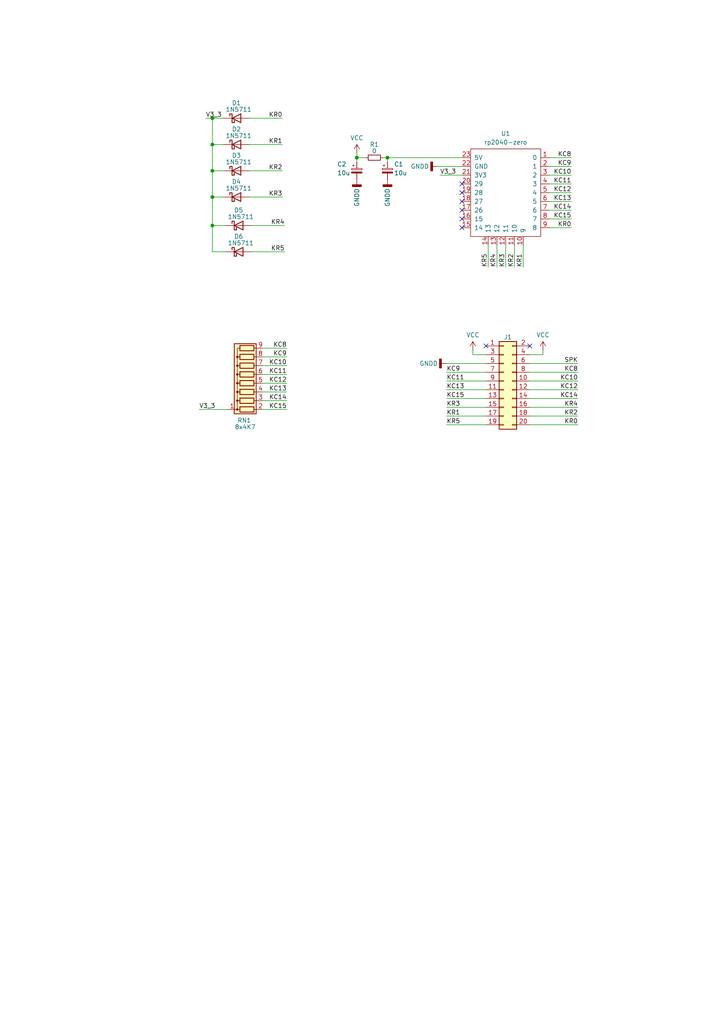
<source format=kicad_sch>
(kicad_sch (version 20230121) (generator eeschema)
  (paper "A4" portrait)
  (lib_symbols
    (symbol "Connector_Generic:Conn_02x10_Odd_Even" (pin_names (offset 1.016) hide)
      (property "Reference" "J" (at 1.27 12.7 0))
      (property "Value" "Conn_02x10_Odd_Even" (at 1.27 -15.24 0))
      (symbol "Conn_02x10_Odd_Even_1_1"
        (rectangle (start -1.27 -12.573) (end 0 -12.827) (stroke (width 0.1524)))
        (rectangle (start -1.27 -10.033) (end 0 -10.287) (stroke (width 0.1524)))
        (rectangle (start -1.27 -7.493) (end 0 -7.747) (stroke (width 0.1524)))
        (rectangle (start -1.27 -4.953) (end 0 -5.207) (stroke (width 0.1524)))
        (rectangle (start -1.27 -2.413) (end 0 -2.667) (stroke (width 0.1524)))
        (rectangle (start -1.27 0.127) (end 0 -0.127) (stroke (width 0.1524)))
        (rectangle (start -1.27 2.667) (end 0 2.413) (stroke (width 0.1524)))
        (rectangle (start -1.27 5.207) (end 0 4.953) (stroke (width 0.1524)))
        (rectangle (start -1.27 7.747) (end 0 7.493) (stroke (width 0.1524)))
        (rectangle (start -1.27 10.287) (end 0 10.033) (stroke (width 0.1524)))
        (rectangle (start -1.27 11.43) (end 3.81 -13.97) (stroke (width 0.254)) (fill (type background)))
        (rectangle (start 3.81 -12.573) (end 2.54 -12.827) (stroke (width 0.1524)))
        (rectangle (start 3.81 -10.033) (end 2.54 -10.287) (stroke (width 0.1524)))
        (rectangle (start 3.81 -7.493) (end 2.54 -7.747) (stroke (width 0.1524)))
        (rectangle (start 3.81 -4.953) (end 2.54 -5.207) (stroke (width 0.1524)))
        (rectangle (start 3.81 -2.413) (end 2.54 -2.667) (stroke (width 0.1524)))
        (rectangle (start 3.81 0.127) (end 2.54 -0.127) (stroke (width 0.1524)))
        (rectangle (start 3.81 2.667) (end 2.54 2.413) (stroke (width 0.1524)))
        (rectangle (start 3.81 5.207) (end 2.54 4.953) (stroke (width 0.1524)))
        (rectangle (start 3.81 7.747) (end 2.54 7.493) (stroke (width 0.1524)))
        (rectangle (start 3.81 10.287) (end 2.54 10.033) (stroke (width 0.1524)))
        (pin passive line (at -5.08 10.16 0) (length 3.81) (name "Pin_1") (number "1"))
        (pin passive line (at 7.62 0 180) (length 3.81) (name "Pin_10") (number "10"))
        (pin passive line (at -5.08 -2.54 0) (length 3.81) (name "Pin_11") (number "11"))
        (pin passive line (at 7.62 -2.54 180) (length 3.81) (name "Pin_12") (number "12"))
        (pin passive line (at -5.08 -5.08 0) (length 3.81) (name "Pin_13") (number "13"))
        (pin passive line (at 7.62 -5.08 180) (length 3.81) (name "Pin_14") (number "14"))
        (pin passive line (at -5.08 -7.62 0) (length 3.81) (name "Pin_15") (number "15"))
        (pin passive line (at 7.62 -7.62 180) (length 3.81) (name "Pin_16") (number "16"))
        (pin passive line (at -5.08 -10.16 0) (length 3.81) (name "Pin_17") (number "17"))
        (pin passive line (at 7.62 -10.16 180) (length 3.81) (name "Pin_18") (number "18"))
        (pin passive line (at -5.08 -12.7 0) (length 3.81) (name "Pin_19") (number "19"))
        (pin passive line (at 7.62 10.16 180) (length 3.81) (name "Pin_2") (number "2"))
        (pin passive line (at 7.62 -12.7 180) (length 3.81) (name "Pin_20") (number "20"))
        (pin passive line (at -5.08 7.62 0) (length 3.81) (name "Pin_3") (number "3"))
        (pin passive line (at 7.62 7.62 180) (length 3.81) (name "Pin_4") (number "4"))
        (pin passive line (at -5.08 5.08 0) (length 3.81) (name "Pin_5") (number "5"))
        (pin passive line (at 7.62 5.08 180) (length 3.81) (name "Pin_6") (number "6"))
        (pin passive line (at -5.08 2.54 0) (length 3.81) (name "Pin_7") (number "7"))
        (pin passive line (at 7.62 2.54 180) (length 3.81) (name "Pin_8") (number "8"))
        (pin passive line (at -5.08 0 0) (length 3.81) (name "Pin_9") (number "9"))
      )
    )
    (symbol "Device:C_Polarized_Small" (pin_numbers hide) (pin_names (offset 0.254) hide)
      (property "Reference" "C" (at 0.254 1.778 0))
      (property "Value" "C_Polarized_Small" (at 0.254 -2.032 0))
      (symbol "C_Polarized_Small_0_1"
        (rectangle (start -1.524 -0.3048) (end 1.524 -0.6858) (fill (type outline)))
        (rectangle (start -1.524 0.6858) (end 1.524 0.3048))
        (polyline (pts (xy -1.27 1.524) (xy -0.762 1.524)))
        (polyline (pts (xy -1.016 1.27) (xy -1.016 1.778)))
      )
      (symbol "C_Polarized_Small_1_1"
        (pin passive line (at 0 2.54 270) (length 1.8542) (name "~") (number "1"))
        (pin passive line (at 0 -2.54 90) (length 1.8542) (name "~") (number "2"))
      )
    )
    (symbol "Device:R_Network08" (pin_names (offset 0) hide)
      (property "Reference" "RN" (at -12.7 0 90))
      (property "Value" "R_Network08" (at 10.16 0 90))
      (symbol "R_Network08_0_1"
        (rectangle (start -11.43 -3.175) (end 8.89 3.175) (stroke (width 0.254)) (fill (type background)))
        (rectangle (start -10.922 1.524) (end -9.398 -2.54) (stroke (width 0.254)))
        (circle (center -10.16 2.286) (radius 0.254) (fill (type outline)))
        (rectangle (start -8.382 1.524) (end -6.858 -2.54) (stroke (width 0.254)))
        (circle (center -7.62 2.286) (radius 0.254) (fill (type outline)))
        (rectangle (start -5.842 1.524) (end -4.318 -2.54) (stroke (width 0.254)))
        (circle (center -5.08 2.286) (radius 0.254) (fill (type outline)))
        (rectangle (start -3.302 1.524) (end -1.778 -2.54) (stroke (width 0.254)))
        (circle (center -2.54 2.286) (radius 0.254) (fill (type outline)))
        (rectangle (start -0.762 1.524) (end 0.762 -2.54) (stroke (width 0.254)))
        (polyline (pts (xy -10.16 -2.54) (xy -10.16 -3.81)))
        (polyline (pts (xy -7.62 -2.54) (xy -7.62 -3.81)))
        (polyline (pts (xy -5.08 -2.54) (xy -5.08 -3.81)))
        (polyline (pts (xy -2.54 -2.54) (xy -2.54 -3.81)))
        (polyline (pts (xy 0 -2.54) (xy 0 -3.81)))
        (polyline (pts (xy 2.54 -2.54) (xy 2.54 -3.81)))
        (polyline (pts (xy 5.08 -2.54) (xy 5.08 -3.81)))
        (polyline (pts (xy 7.62 -2.54) (xy 7.62 -3.81)))
        (polyline (pts (xy -10.16 1.524) (xy -10.16 2.286) (xy -7.62 2.286) (xy -7.62 1.524)))
        (polyline (pts (xy -7.62 1.524) (xy -7.62 2.286) (xy -5.08 2.286) (xy -5.08 1.524)))
        (polyline (pts (xy -5.08 1.524) (xy -5.08 2.286) (xy -2.54 2.286) (xy -2.54 1.524)))
        (polyline (pts (xy -2.54 1.524) (xy -2.54 2.286) (xy 0 2.286) (xy 0 1.524)))
        (polyline (pts (xy 0 1.524) (xy 0 2.286) (xy 2.54 2.286) (xy 2.54 1.524)))
        (polyline (pts (xy 2.54 1.524) (xy 2.54 2.286) (xy 5.08 2.286) (xy 5.08 1.524)))
        (polyline (pts (xy 5.08 1.524) (xy 5.08 2.286) (xy 7.62 2.286) (xy 7.62 1.524)))
        (circle (center 0 2.286) (radius 0.254) (fill (type outline)))
        (rectangle (start 1.778 1.524) (end 3.302 -2.54) (stroke (width 0.254)))
        (circle (center 2.54 2.286) (radius 0.254) (fill (type outline)))
        (rectangle (start 4.318 1.524) (end 5.842 -2.54) (stroke (width 0.254)))
        (circle (center 5.08 2.286) (radius 0.254) (fill (type outline)))
        (rectangle (start 6.858 1.524) (end 8.382 -2.54) (stroke (width 0.254)))
      )
      (symbol "R_Network08_1_1"
        (pin passive line (at -10.16 5.08 270) (length 2.54) (name "common") (number "1"))
        (pin passive line (at -10.16 -5.08 90) (length 1.27) (name "R1") (number "2"))
        (pin passive line (at -7.62 -5.08 90) (length 1.27) (name "R2") (number "3"))
        (pin passive line (at -5.08 -5.08 90) (length 1.27) (name "R3") (number "4"))
        (pin passive line (at -2.54 -5.08 90) (length 1.27) (name "R4") (number "5"))
        (pin passive line (at 0 -5.08 90) (length 1.27) (name "R5") (number "6"))
        (pin passive line (at 2.54 -5.08 90) (length 1.27) (name "R6") (number "7"))
        (pin passive line (at 5.08 -5.08 90) (length 1.27) (name "R7") (number "8"))
        (pin passive line (at 7.62 -5.08 90) (length 1.27) (name "R8") (number "9"))
      )
    )
    (symbol "Device:R_Small" (pin_numbers hide) (pin_names (offset 0.254) hide)
      (property "Reference" "R" (at 0.762 0.508 0))
      (property "Value" "R_Small" (at 0.762 -1.016 0))
      (symbol "R_Small_0_1"
        (rectangle (start -0.762 1.778) (end 0.762 -1.778) (stroke (width 0.2032)))
      )
      (symbol "R_Small_1_1"
        (pin passive line (at 0 2.54 270) (length 0.762) (name "~") (number "1"))
        (pin passive line (at 0 -2.54 90) (length 0.762) (name "~") (number "2"))
      )
    )
    (symbol "Diode:1N5711" (pin_numbers hide) (pin_names (offset 1.016) hide)
      (property "Reference" "D" (at 0 2.54 0))
      (property "Value" "1N5711" (at 0 -2.54 0))
      (symbol "1N5711_0_1"
        (polyline (pts (xy 1.27 0) (xy -1.27 0)))
        (polyline (pts (xy 1.27 1.27) (xy 1.27 -1.27) (xy -1.27 0) (xy 1.27 1.27)) (stroke (width 0.254)))
        (polyline (pts (xy -1.905 0.635) (xy -1.905 1.27) (xy -1.27 1.27) (xy -1.27 -1.27) (xy -0.635 -1.27) (xy -0.635 -0.635)) (stroke (width 0.254)))
      )
      (symbol "1N5711_1_1"
        (pin passive line (at -3.81 0 0) (length 2.54) (name "K") (number "1"))
        (pin passive line (at 3.81 0 180) (length 2.54) (name "A") (number "2"))
      )
    )
    (symbol "mcu_kleeb:rp2040-zero" (pin_names (offset 1.016))
      (property "Reference" "U" (at 0 15.24 0))
      (property "Value" "rp2040-zero" (at 0 12.7 0))
      (symbol "rp2040-zero_0_1"
        (rectangle (start -10.16 11.43) (end 10.16 -13.97))
      )
      (symbol "rp2040-zero_1_1"
        (pin bidirectional line (at 12.7 8.89 180) (length 2.54) (name "0") (number "1"))
        (pin bidirectional line (at 5.08 -16.51 90) (length 2.54) (name "9") (number "10"))
        (pin bidirectional line (at 2.54 -16.51 90) (length 2.54) (name "10") (number "11"))
        (pin bidirectional line (at 0 -16.51 90) (length 2.54) (name "11") (number "12"))
        (pin bidirectional line (at -2.54 -16.51 90) (length 2.54) (name "12") (number "13"))
        (pin bidirectional line (at -5.08 -16.51 90) (length 2.54) (name "13") (number "14"))
        (pin bidirectional line (at -12.7 -11.43 0) (length 2.54) (name "14") (number "15"))
        (pin bidirectional line (at -12.7 -8.89 0) (length 2.54) (name "15") (number "16"))
        (pin bidirectional line (at -12.7 -6.35 0) (length 2.54) (name "26") (number "17"))
        (pin bidirectional line (at -12.7 -3.81 0) (length 2.54) (name "27") (number "18"))
        (pin bidirectional line (at -12.7 -1.27 0) (length 2.54) (name "28") (number "19"))
        (pin bidirectional line (at 12.7 6.35 180) (length 2.54) (name "1") (number "2"))
        (pin bidirectional line (at -12.7 1.27 0) (length 2.54) (name "29") (number "20"))
        (pin power_out line (at -12.7 3.81 0) (length 2.54) (name "3V3") (number "21"))
        (pin power_out line (at -12.7 6.35 0) (length 2.54) (name "GND") (number "22"))
        (pin power_out line (at -12.7 8.89 0) (length 2.54) (name "5V") (number "23"))
        (pin bidirectional line (at 12.7 3.81 180) (length 2.54) (name "2") (number "3"))
        (pin bidirectional line (at 12.7 1.27 180) (length 2.54) (name "3") (number "4"))
        (pin bidirectional line (at 12.7 -1.27 180) (length 2.54) (name "4") (number "5"))
        (pin bidirectional line (at 12.7 -3.81 180) (length 2.54) (name "5") (number "6"))
        (pin bidirectional line (at 12.7 -6.35 180) (length 2.54) (name "6") (number "7"))
        (pin bidirectional line (at 12.7 -8.89 180) (length 2.54) (name "7") (number "8"))
        (pin bidirectional line (at 12.7 -11.43 180) (length 2.54) (name "8") (number "9"))
      )
    )
    (symbol "power:GNDD" (power) (pin_names (offset 0))
      (property "Value" "GNDD" (at 0 -3.175 0))
      (symbol "GNDD_0_1"
        (rectangle (start -1.27 -1.524) (end 1.27 -2.032) (stroke (width 0.254)) (fill (type outline)))
        (polyline (pts (xy 0 0) (xy 0 -1.524)))
      )
      (symbol "GNDD_1_1"
        (pin power_in line (at 0 0 270) (length 0) hide (name "GNDD") (number "1"))
      )
    )
    (symbol "power:VCC" (power) (pin_names (offset 0))
      (property "Value" "VCC" (at 0 3.81 0))
      (symbol "VCC_0_1"
        (polyline (pts (xy -0.762 1.27) (xy 0 2.54)))
        (polyline (pts (xy 0 0) (xy 0 2.54)))
        (polyline (pts (xy 0 2.54) (xy 0.762 1.27)))
      )
      (symbol "VCC_1_1"
        (pin power_in line (at 0 0 90) (length 0) hide (name "VCC") (number "1"))
      )
    )
  )
  (junction (at 61.595 57.15))
  (junction (at 112.395 45.72))
  (junction (at 61.595 34.29))
  (junction (at 103.505 45.72))
  (junction (at 61.595 41.91))
  (junction (at 61.595 65.405))
  (junction (at 61.595 49.53))
  (no_connect (at 133.985 53.34))
  (no_connect (at 153.67 100.33))
  (no_connect (at 133.985 63.5))
  (no_connect (at 133.985 60.96))
  (no_connect (at 140.97 100.33))
  (no_connect (at 133.985 66.04))
  (no_connect (at 133.985 58.42))
  (no_connect (at 133.985 55.88))
  (wire (pts (xy 59.69 34.29) (xy 61.595 34.29)))
  (wire (pts (xy 157.48 102.87) (xy 153.67 102.87)))
  (wire (pts (xy 140.97 113.03) (xy 129.54 113.03)))
  (wire (pts (xy 167.64 107.95) (xy 153.67 107.95)))
  (wire (pts (xy 61.595 49.53) (xy 64.77 49.53)))
  (wire (pts (xy 159.385 66.04) (xy 165.735 66.04)))
  (wire (pts (xy 76.2 116.205) (xy 83.185 116.205)))
  (wire (pts (xy 61.595 41.91) (xy 64.77 41.91)))
  (wire (pts (xy 76.2 118.745) (xy 83.185 118.745)))
  (wire (pts (xy 72.39 41.91) (xy 81.915 41.91)))
  (wire (pts (xy 61.595 49.53) (xy 61.595 41.91)))
  (wire (pts (xy 140.97 105.41) (xy 129.54 105.41)))
  (wire (pts (xy 72.39 49.53) (xy 81.915 49.53)))
  (wire (pts (xy 140.97 110.49) (xy 129.54 110.49)))
  (wire (pts (xy 159.385 63.5) (xy 165.735 63.5)))
  (wire (pts (xy 157.48 101.6) (xy 157.48 102.87)))
  (wire (pts (xy 141.605 71.12) (xy 141.605 77.47)))
  (wire (pts (xy 76.2 113.665) (xy 83.185 113.665)))
  (wire (pts (xy 103.505 45.72) (xy 106.045 45.72)))
  (wire (pts (xy 149.225 71.12) (xy 149.225 77.47)))
  (wire (pts (xy 103.505 45.72) (xy 103.505 46.99)))
  (wire (pts (xy 61.595 73.025) (xy 61.595 65.405)))
  (wire (pts (xy 140.97 102.87) (xy 137.16 102.87)))
  (wire (pts (xy 61.595 41.91) (xy 61.595 34.29)))
  (wire (pts (xy 146.685 71.12) (xy 146.685 77.47)))
  (wire (pts (xy 159.385 55.88) (xy 165.735 55.88)))
  (wire (pts (xy 76.2 100.965) (xy 83.185 100.965)))
  (wire (pts (xy 61.595 57.15) (xy 61.595 49.53)))
  (wire (pts (xy 159.385 50.8) (xy 165.735 50.8)))
  (wire (pts (xy 167.64 118.11) (xy 153.67 118.11)))
  (wire (pts (xy 127.635 50.8) (xy 133.985 50.8)))
  (wire (pts (xy 112.395 45.72) (xy 112.395 46.99)))
  (wire (pts (xy 140.97 118.11) (xy 129.54 118.11)))
  (wire (pts (xy 140.97 107.95) (xy 129.54 107.95)))
  (wire (pts (xy 140.97 115.57) (xy 129.54 115.57)))
  (wire (pts (xy 61.595 34.29) (xy 64.77 34.29)))
  (wire (pts (xy 159.385 48.26) (xy 165.735 48.26)))
  (wire (pts (xy 159.385 53.34) (xy 165.735 53.34)))
  (wire (pts (xy 65.405 73.025) (xy 61.595 73.025)))
  (wire (pts (xy 76.2 103.505) (xy 83.185 103.505)))
  (wire (pts (xy 144.145 71.12) (xy 144.145 77.47)))
  (wire (pts (xy 72.39 34.29) (xy 81.915 34.29)))
  (wire (pts (xy 73.025 73.025) (xy 82.55 73.025)))
  (wire (pts (xy 61.595 57.15) (xy 64.77 57.15)))
  (wire (pts (xy 111.125 45.72) (xy 112.395 45.72)))
  (wire (pts (xy 137.16 101.6) (xy 137.16 102.87)))
  (wire (pts (xy 167.64 105.41) (xy 153.67 105.41)))
  (wire (pts (xy 76.2 111.125) (xy 83.185 111.125)))
  (wire (pts (xy 167.64 110.49) (xy 153.67 110.49)))
  (wire (pts (xy 159.385 45.72) (xy 165.735 45.72)))
  (wire (pts (xy 61.595 65.405) (xy 65.405 65.405)))
  (wire (pts (xy 159.385 60.96) (xy 165.735 60.96)))
  (wire (pts (xy 140.97 123.19) (xy 129.54 123.19)))
  (wire (pts (xy 73.025 65.405) (xy 82.55 65.405)))
  (wire (pts (xy 57.785 118.745) (xy 66.04 118.745)))
  (wire (pts (xy 167.64 113.03) (xy 153.67 113.03)))
  (wire (pts (xy 103.505 44.45) (xy 103.505 45.72)))
  (wire (pts (xy 167.64 123.19) (xy 153.67 123.19)))
  (wire (pts (xy 76.2 108.585) (xy 83.185 108.585)))
  (wire (pts (xy 76.2 106.045) (xy 83.185 106.045)))
  (wire (pts (xy 127 48.26) (xy 133.985 48.26)))
  (wire (pts (xy 61.595 65.405) (xy 61.595 57.15)))
  (wire (pts (xy 72.39 57.15) (xy 81.915 57.15)))
  (wire (pts (xy 159.385 58.42) (xy 165.735 58.42)))
  (wire (pts (xy 167.64 120.65) (xy 153.67 120.65)))
  (wire (pts (xy 167.64 115.57) (xy 153.67 115.57)))
  (wire (pts (xy 112.395 45.72) (xy 133.985 45.72)))
  (wire (pts (xy 140.97 120.65) (xy 129.54 120.65)))
  (wire (pts (xy 151.765 71.12) (xy 151.765 77.47)))
  (label "KC15" (at 129.54 115.57 0))
  (label "KR3" (at 146.685 77.47 90))
  (label "KR3" (at 129.54 118.11 0))
  (label "KR1" (at 151.765 77.47 90))
  (label "KR1" (at 129.54 120.65 0))
  (label "KC8" (at 83.185 100.965 180))
  (label "KC14" (at 165.735 60.96 180))
  (label "KR1" (at 81.915 41.91 180))
  (label "V3_3" (at 59.69 34.29 0))
  (label "KC13" (at 83.185 113.665 180))
  (label "KR5" (at 129.54 123.19 0))
  (label "KC15" (at 165.735 63.5 180))
  (label "KC8" (at 165.735 45.72 180))
  (label "V3_3" (at 127.635 50.8 0))
  (label "KC12" (at 83.185 111.125 180))
  (label "KC10" (at 165.735 50.8 180))
  (label "KC9" (at 165.735 48.26 180))
  (label "KC8" (at 167.64 107.95 180))
  (label "KC10" (at 167.64 110.49 180))
  (label "SPK" (at 167.64 105.41 180))
  (label "KR2" (at 167.64 120.65 180))
  (label "KR2" (at 81.915 49.53 180))
  (label "KC11" (at 83.185 108.585 180))
  (label "KC11" (at 129.54 110.49 0))
  (label "KR0" (at 165.735 66.04 180))
  (label "KC11" (at 165.735 53.34 180))
  (label "KR4" (at 144.145 77.47 90))
  (label "KR0" (at 81.915 34.29 180))
  (label "KC13" (at 165.735 58.42 180))
  (label "KC14" (at 83.185 116.205 180))
  (label "KC15" (at 83.185 118.745 180))
  (label "KR4" (at 167.64 118.11 180))
  (label "V3_3" (at 57.785 118.745 0))
  (label "KR0" (at 167.64 123.19 180))
  (label "KC9" (at 129.54 107.95 0))
  (label "KC12" (at 165.735 55.88 180))
  (label "KC13" (at 129.54 113.03 0))
  (label "KC14" (at 167.64 115.57 180))
  (label "KC12" (at 167.64 113.03 180))
  (label "KR5" (at 141.605 77.47 90))
  (label "KR3" (at 81.915 57.15 180))
  (label "KC9" (at 83.185 103.505 180))
  (label "KR5" (at 82.55 73.025 180))
  (label "KR4" (at 82.55 65.405 180))
  (label "KR2" (at 149.225 77.47 90))
  (label "KC10" (at 83.185 106.045 180))
  (symbol (lib_id "Device:C_Polarized_Small") (at 112.395 49.53 0) (unit 1)
    (property "Reference" "C1" (at 114.3 47.625 0) (effects (justify left)))
    (property "Value" "10u" (at 114.3 50.165 0) (effects (justify left)))
    (property "Footprint" "Capacitor_THT:CP_Radial_D4.0mm_P2.00mm" (effects hide))
  )
  (symbol (lib_id "Diode:1N5711") (at 68.58 34.29 0) (unit 1)
    (property "Reference" "D1" (at 68.58 29.845 0))
    (property "Value" "1N5711" (at 69.215 31.75 0))
    (property "Footprint" "Diode_THT:D_DO-35_SOD27_P7.62mm_Horizontal" (effects hide))
    (property "Datasheet" "https://www.microsemi.com/document-portal/doc_download/8865-lds-0040-datasheet" (effects hide))
  )
  (symbol (lib_id "Diode:1N5711") (at 68.58 41.91 0) (unit 1)
    (property "Reference" "D2" (at 68.58 37.465 0))
    (property "Value" "1N5711" (at 69.215 39.37 0))
    (property "Footprint" "Diode_THT:D_DO-35_SOD27_P7.62mm_Horizontal" (effects hide))
    (property "Datasheet" "https://www.microsemi.com/document-portal/doc_download/8865-lds-0040-datasheet" (effects hide))
  )
  (symbol (lib_id "Diode:1N5711") (at 68.58 57.15 0) (unit 1)
    (property "Reference" "D4" (at 68.58 52.705 0))
    (property "Value" "1N5711" (at 69.215 54.61 0))
    (property "Footprint" "Diode_THT:D_DO-35_SOD27_P7.62mm_Horizontal" (effects hide))
    (property "Datasheet" "https://www.microsemi.com/document-portal/doc_download/8865-lds-0040-datasheet" (effects hide))
  )
  (symbol (lib_id "power:VCC") (at 137.16 101.6 0) (mirror y) (unit 1)
    (property "Reference" "#PWR02" (effects hide))
    (property "Value" "VCC" (at 137.16 97.155 0))
  )
  (symbol (lib_id "power:GNDD") (at 103.505 52.07 0) (unit 1)
    (property "Reference" "#PWR06" (effects hide))
    (property "Value" "GNDD" (at 103.505 54.61 90) (effects (justify right)))
  )
  (symbol (lib_id "Connector_Generic:Conn_02x10_Odd_Even") (at 146.05 110.49 0) (unit 1)
    (property "Reference" "J1" (at 147.32 97.79 0))
    (property "Value" "Conn_02x10_Odd_Even" (effects hide))
    (property "Footprint" "Connector_PinSocket_2.54mm:PinSocket_2x10_P2.54mm_Vertical" (effects hide))
  )
  (symbol (lib_id "mcu_kleeb:rp2040-zero") (at 146.685 54.61 0) (unit 1)
    (property "Reference" "U1" (at 146.685 38.735 0))
    (property "Value" "rp2040-zero" (at 146.685 41.275 0))
    (property "Footprint" "mcu_kleeb:rp2040-zero-tht" (effects hide))
  )
  (symbol (lib_id "power:GNDD") (at 129.54 105.41 270) (mirror x) (unit 1)
    (property "Reference" "#PWR01" (effects hide))
    (property "Value" "GNDD" (at 127 105.41 90) (effects (justify right)))
  )
  (symbol (lib_id "power:VCC") (at 157.48 101.6 0) (mirror y) (unit 1)
    (property "Reference" "#PWR03" (effects hide))
    (property "Value" "VCC" (at 157.48 97.155 0))
  )
  (symbol (lib_id "power:GNDD") (at 127 48.26 270) (mirror x) (unit 1)
    (property "Reference" "#PWR05" (effects hide))
    (property "Value" "GNDD" (at 124.46 48.26 90) (effects (justify right)))
  )
  (symbol (lib_id "power:VCC") (at 103.505 44.45 0) (unit 1)
    (property "Reference" "#PWR04" (effects hide))
    (property "Value" "VCC" (at 103.505 40.005 0))
  )
  (symbol (lib_id "Device:R_Small") (at 108.585 45.72 90) (unit 1)
    (property "Reference" "R1" (at 108.585 41.91 90))
    (property "Value" "0" (at 108.585 43.815 90))
    (property "Footprint" "Resistor_THT:R_Axial_DIN0207_L6.3mm_D2.5mm_P7.62mm_Horizontal" (effects hide))
  )
  (symbol (lib_id "Device:C_Polarized_Small") (at 103.505 49.53 0) (unit 1)
    (property "Reference" "C2" (at 97.79 47.625 0) (effects (justify left)))
    (property "Value" "10u" (at 97.79 50.165 0) (effects (justify left)))
    (property "Footprint" "Capacitor_THT:CP_Radial_D4.0mm_P2.00mm" (effects hide))
  )
  (symbol (lib_id "power:GNDD") (at 112.395 52.07 0) (unit 1)
    (property "Reference" "#PWR07" (effects hide))
    (property "Value" "GNDD" (at 112.395 54.61 90) (effects (justify right)))
  )
  (symbol (lib_id "Diode:1N5711") (at 68.58 49.53 0) (unit 1)
    (property "Reference" "D3" (at 68.58 45.085 0))
    (property "Value" "1N5711" (at 69.215 46.99 0))
    (property "Footprint" "Diode_THT:D_DO-35_SOD27_P7.62mm_Horizontal" (effects hide))
    (property "Datasheet" "https://www.microsemi.com/document-portal/doc_download/8865-lds-0040-datasheet" (effects hide))
  )
  (symbol (lib_id "Diode:1N5711") (at 69.215 65.405 0) (unit 1)
    (property "Reference" "D5" (at 69.215 60.96 0))
    (property "Value" "1N5711" (at 69.85 62.865 0))
    (property "Footprint" "Diode_THT:D_DO-35_SOD27_P7.62mm_Horizontal" (effects hide))
    (property "Datasheet" "https://www.microsemi.com/document-portal/doc_download/8865-lds-0040-datasheet" (effects hide))
  )
  (symbol (lib_id "Device:R_Network08") (at 71.12 108.585 90) (unit 1)
    (property "Reference" "RN1" (at 70.866 121.92 90))
    (property "Value" "8x4K7" (at 71.12 123.825 90))
    (property "Footprint" "Resistor_THT:R_Array_SIP9" (effects hide))
    (property "Datasheet" "http://www.vishay.com/docs/31509/csc.pdf" (effects hide))
  )
  (symbol (lib_id "Diode:1N5711") (at 69.215 73.025 0) (unit 1)
    (property "Reference" "D6" (at 69.215 68.58 0))
    (property "Value" "1N5711" (at 69.85 70.485 0))
    (property "Footprint" "Diode_THT:D_DO-35_SOD27_P7.62mm_Horizontal" (effects hide))
    (property "Datasheet" "https://www.microsemi.com/document-portal/doc_download/8865-lds-0040-datasheet" (effects hide))
  )
)
</source>
